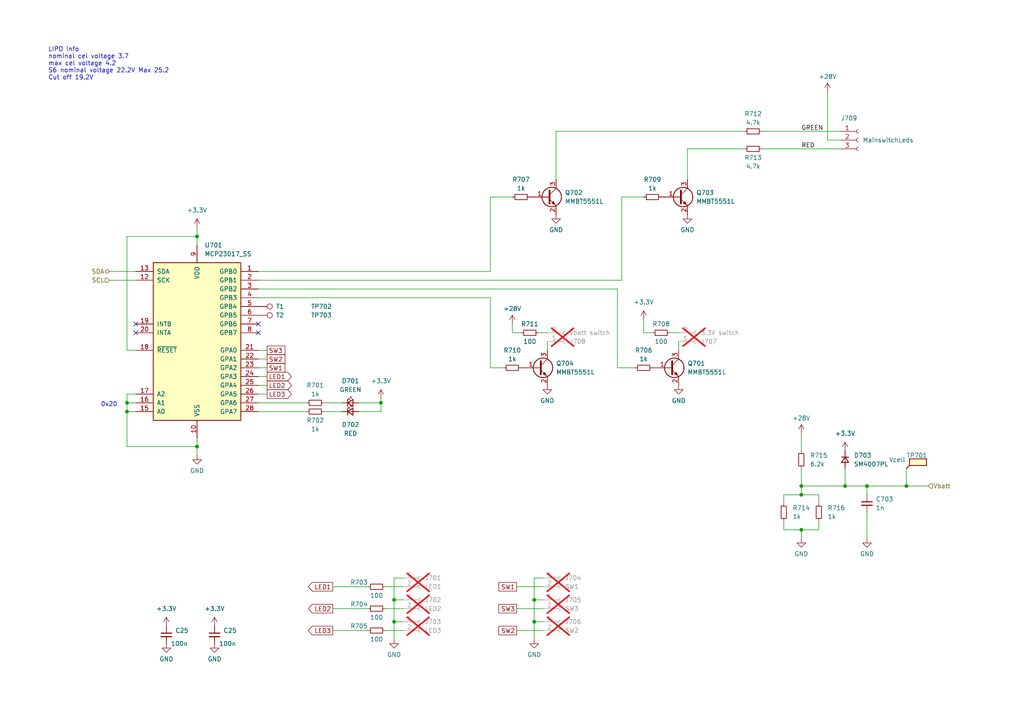
<source format=kicad_sch>
(kicad_sch (version 20231120) (generator "eeschema") (generator_version "8.0")
  (paper "A4")
  (lib_symbols
    (symbol "Connector:Conn_01x02_Socket" (pin_names (offset 1.016) hide)
      (property "Reference" "J" (at 0 2.54 0))
      (property "Value" "Conn_01x02_Socket" (at 0 -5.08 0))
      (symbol "Conn_01x02_Socket_1_1"
        (arc (start 0 -2.032) (mid -0.5058 -2.54) (end 0 -3.048) (stroke (width 0.1524)))
        (polyline (pts (xy -1.27 -2.54) (xy -0.508 -2.54)) (stroke (width 0.1524)))
        (polyline (pts (xy -1.27 0) (xy -0.508 0)) (stroke (width 0.1524)))
        (arc (start 0 0.508) (mid -0.5058 0) (end 0 -0.508) (stroke (width 0.1524)))
        (pin passive line (at -5.08 0 0) (length 3.81) (name "Pin_1") (number "1"))
        (pin passive line (at -5.08 -2.54 0) (length 3.81) (name "Pin_2") (number "2"))
      )
    )
    (symbol "Connector:Conn_01x03_Socket" (pin_names (offset 1.016) hide)
      (property "Reference" "J" (at 0 5.08 0))
      (property "Value" "Conn_01x03_Socket" (at 0 -5.08 0))
      (symbol "Conn_01x03_Socket_1_1"
        (arc (start 0 -2.032) (mid -0.5058 -2.54) (end 0 -3.048) (stroke (width 0.1524)))
        (polyline (pts (xy -1.27 -2.54) (xy -0.508 -2.54)) (stroke (width 0.1524)))
        (polyline (pts (xy -1.27 0) (xy -0.508 0)) (stroke (width 0.1524)))
        (polyline (pts (xy -1.27 2.54) (xy -0.508 2.54)) (stroke (width 0.1524)))
        (arc (start 0 0.508) (mid -0.5058 0) (end 0 -0.508) (stroke (width 0.1524)))
        (arc (start 0 3.048) (mid -0.5058 2.54) (end 0 2.032) (stroke (width 0.1524)))
        (pin passive line (at -5.08 2.54 0) (length 3.81) (name "Pin_1") (number "1"))
        (pin passive line (at -5.08 0 0) (length 3.81) (name "Pin_2") (number "2"))
        (pin passive line (at -5.08 -2.54 0) (length 3.81) (name "Pin_3") (number "3"))
      )
    )
    (symbol "Connector:TestPoint" (pin_numbers hide) (pin_names (offset 0.762) hide)
      (property "Reference" "TP" (at 0 6.858 0))
      (property "Value" "TestPoint" (at 0 5.08 0))
      (symbol "TestPoint_0_1"
        (circle (center 0 3.302) (radius 0.762))
      )
      (symbol "TestPoint_1_1"
        (pin passive line (at 0 0 90) (length 2.54) (name "1") (number "1"))
      )
    )
    (symbol "Connector:TestPoint_Flag" (pin_numbers hide) (pin_names (offset 0.762) hide)
      (property "Reference" "TP" (at 3.429 1.778 0))
      (property "Value" "TestPoint_Flag" (at 3.302 4.191 0))
      (symbol "TestPoint_Flag_0_1"
        (polyline (pts (xy 0 0) (xy 0.889 0.889)) (stroke (width 0.254)))
        (rectangle (start 0.889 2.794) (end 5.842 0.889) (stroke (width 0.254)) (fill (type background)))
      )
      (symbol "TestPoint_Flag_1_1"
        (pin passive line (at 0 0 90) (length 0) (name "1") (number "1"))
      )
    )
    (symbol "Device:C_Small" (pin_numbers hide) (pin_names (offset 0.254) hide)
      (property "Reference" "C" (at 0.254 1.778 0))
      (property "Value" "C_Small" (at 0.254 -2.032 0))
      (symbol "C_Small_0_1"
        (polyline (pts (xy -1.524 -0.508) (xy 1.524 -0.508)) (stroke (width 0.3302)))
        (polyline (pts (xy -1.524 0.508) (xy 1.524 0.508)) (stroke (width 0.3048)))
      )
      (symbol "C_Small_1_1"
        (pin passive line (at 0 2.54 270) (length 2.032) (name "~") (number "1"))
        (pin passive line (at 0 -2.54 90) (length 2.032) (name "~") (number "2"))
      )
    )
    (symbol "Device:D_Small" (pin_numbers hide) (pin_names (offset 0.254) hide)
      (property "Reference" "D" (at -1.27 2.032 0))
      (property "Value" "D_Small" (at -3.81 -2.032 0))
      (symbol "D_Small_0_1"
        (polyline (pts (xy -0.762 -1.016) (xy -0.762 1.016)) (stroke (width 0.254)))
        (polyline (pts (xy -0.762 0) (xy 0.762 0)))
        (polyline (pts (xy 0.762 -1.016) (xy -0.762 0) (xy 0.762 1.016) (xy 0.762 -1.016)) (stroke (width 0.254)))
      )
      (symbol "D_Small_1_1"
        (pin passive line (at -2.54 0 0) (length 1.778) (name "K") (number "1"))
        (pin passive line (at 2.54 0 180) (length 1.778) (name "A") (number "2"))
      )
    )
    (symbol "Device:LED_Small" (pin_numbers hide) (pin_names (offset 0.254) hide)
      (property "Reference" "D" (at -1.27 3.175 0))
      (property "Value" "LED_Small" (at -4.445 -2.54 0))
      (symbol "LED_Small_0_1"
        (polyline (pts (xy -0.762 -1.016) (xy -0.762 1.016)) (stroke (width 0.254)))
        (polyline (pts (xy 1.016 0) (xy -0.762 0)))
        (polyline (pts (xy 0.762 -1.016) (xy -0.762 0) (xy 0.762 1.016) (xy 0.762 -1.016)) (stroke (width 0.254)))
        (polyline (pts (xy 0 0.762) (xy -0.508 1.27) (xy -0.254 1.27) (xy -0.508 1.27) (xy -0.508 1.016)))
        (polyline (pts (xy 0.508 1.27) (xy 0 1.778) (xy 0.254 1.778) (xy 0 1.778) (xy 0 1.524)))
      )
      (symbol "LED_Small_1_1"
        (pin passive line (at -2.54 0 0) (length 1.778) (name "K") (number "1"))
        (pin passive line (at 2.54 0 180) (length 1.778) (name "A") (number "2"))
      )
    )
    (symbol "Device:R_Small" (pin_numbers hide) (pin_names (offset 0.254) hide)
      (property "Reference" "R" (at 0.762 0.508 0))
      (property "Value" "R_Small" (at 0.762 -1.016 0))
      (symbol "R_Small_0_1"
        (rectangle (start -0.762 1.778) (end 0.762 -1.778) (stroke (width 0.2032)))
      )
      (symbol "R_Small_1_1"
        (pin passive line (at 0 2.54 270) (length 0.762) (name "~") (number "1"))
        (pin passive line (at 0 -2.54 90) (length 0.762) (name "~") (number "2"))
      )
    )
    (symbol "Interface_Expansion:MCP23017_SS" (pin_names (offset 1.016))
      (property "Reference" "U" (at -11.43 24.13 0))
      (property "Value" "MCP23017_SS" (at 0 0 0))
      (symbol "MCP23017_SS_0_1"
        (rectangle (start -12.7 22.86) (end 12.7 -22.86) (stroke (width 0.254)) (fill (type background)))
      )
      (symbol "MCP23017_SS_1_1"
        (pin bidirectional line (at 17.78 20.32 180) (length 5.08) (name "GPB0") (number "1"))
        (pin power_in line (at 0 -27.94 90) (length 5.08) (name "VSS") (number "10"))
        (pin no_connect line (at -12.7 15.24 0) (length 5.08) hide (name "NC") (number "11"))
        (pin input line (at -17.78 17.78 0) (length 5.08) (name "SCK") (number "12"))
        (pin bidirectional line (at -17.78 20.32 0) (length 5.08) (name "SDA") (number "13"))
        (pin no_connect line (at -12.7 12.7 0) (length 5.08) hide (name "NC") (number "14"))
        (pin input line (at -17.78 -20.32 0) (length 5.08) (name "A0") (number "15"))
        (pin input line (at -17.78 -17.78 0) (length 5.08) (name "A1") (number "16"))
        (pin input line (at -17.78 -15.24 0) (length 5.08) (name "A2") (number "17"))
        (pin input line (at -17.78 -2.54 0) (length 5.08) (name "~{RESET}") (number "18"))
        (pin tri_state line (at -17.78 5.08 0) (length 5.08) (name "INTB") (number "19"))
        (pin bidirectional line (at 17.78 17.78 180) (length 5.08) (name "GPB1") (number "2"))
        (pin tri_state line (at -17.78 2.54 0) (length 5.08) (name "INTA") (number "20"))
        (pin bidirectional line (at 17.78 -2.54 180) (length 5.08) (name "GPA0") (number "21"))
        (pin bidirectional line (at 17.78 -5.08 180) (length 5.08) (name "GPA1") (number "22"))
        (pin bidirectional line (at 17.78 -7.62 180) (length 5.08) (name "GPA2") (number "23"))
        (pin bidirectional line (at 17.78 -10.16 180) (length 5.08) (name "GPA3") (number "24"))
        (pin bidirectional line (at 17.78 -12.7 180) (length 5.08) (name "GPA4") (number "25"))
        (pin bidirectional line (at 17.78 -15.24 180) (length 5.08) (name "GPA5") (number "26"))
        (pin bidirectional line (at 17.78 -17.78 180) (length 5.08) (name "GPA6") (number "27"))
        (pin bidirectional line (at 17.78 -20.32 180) (length 5.08) (name "GPA7") (number "28"))
        (pin bidirectional line (at 17.78 15.24 180) (length 5.08) (name "GPB2") (number "3"))
        (pin bidirectional line (at 17.78 12.7 180) (length 5.08) (name "GPB3") (number "4"))
        (pin bidirectional line (at 17.78 10.16 180) (length 5.08) (name "GPB4") (number "5"))
        (pin bidirectional line (at 17.78 7.62 180) (length 5.08) (name "GPB5") (number "6"))
        (pin bidirectional line (at 17.78 5.08 180) (length 5.08) (name "GPB6") (number "7"))
        (pin bidirectional line (at 17.78 2.54 180) (length 5.08) (name "GPB7") (number "8"))
        (pin power_in line (at 0 27.94 270) (length 5.08) (name "VDD") (number "9"))
      )
    )
    (symbol "Transistor_BJT:MMBT5551L" (pin_names (offset 0) hide)
      (property "Reference" "Q" (at 5.08 1.905 0))
      (property "Value" "MMBT5551L" (at 5.08 0 0))
      (symbol "MMBT5551L_0_1"
        (polyline (pts (xy 0.635 0.635) (xy 2.54 2.54)))
        (polyline (pts (xy 0.635 -0.635) (xy 2.54 -2.54) (xy 2.54 -2.54)))
        (polyline (pts (xy 0.635 1.905) (xy 0.635 -1.905) (xy 0.635 -1.905)) (stroke (width 0.508)))
        (polyline (pts (xy 1.27 -1.778) (xy 1.778 -1.27) (xy 2.286 -2.286) (xy 1.27 -1.778) (xy 1.27 -1.778)) (fill (type outline)))
        (circle (center 1.27 0) (radius 2.8194) (stroke (width 0.254)))
      )
      (symbol "MMBT5551L_1_1"
        (pin input line (at -5.08 0 0) (length 5.715) (name "B") (number "1"))
        (pin passive line (at 2.54 -5.08 90) (length 2.54) (name "E") (number "2"))
        (pin passive line (at 2.54 5.08 270) (length 2.54) (name "C") (number "3"))
      )
    )
    (symbol "power:+28V" (power) (pin_names (offset 0))
      (property "Value" "+28V" (at 0 3.81 0))
      (symbol "+28V_0_1"
        (polyline (pts (xy -0.762 1.27) (xy 0 2.54)))
        (polyline (pts (xy 0 0) (xy 0 2.54)))
        (polyline (pts (xy 0 2.54) (xy 0.762 1.27)))
      )
      (symbol "+28V_1_1"
        (pin power_in line (at 0 0 90) (length 0) hide (name "+28V") (number "1"))
      )
    )
    (symbol "power:+3.3V" (power) (pin_names (offset 0))
      (property "Value" "+3.3V" (at 0 3.556 0))
      (symbol "+3.3V_0_1"
        (polyline (pts (xy -0.762 1.27) (xy 0 2.54)))
        (polyline (pts (xy 0 0) (xy 0 2.54)))
        (polyline (pts (xy 0 2.54) (xy 0.762 1.27)))
      )
      (symbol "+3.3V_1_1"
        (pin power_in line (at 0 0 90) (length 0) hide (name "+3.3V") (number "1"))
      )
    )
    (symbol "power:GND" (power) (pin_names (offset 0))
      (property "Value" "GND" (at 0 -3.81 0))
      (symbol "GND_0_1"
        (polyline (pts (xy 0 0) (xy 0 -1.27) (xy 1.27 -1.27) (xy 0 -2.54) (xy -1.27 -1.27) (xy 0 -1.27)))
      )
      (symbol "GND_1_1"
        (pin power_in line (at 0 0 270) (length 0) hide (name "GND") (number "1"))
      )
    )
  )
  (junction (at 57.15 129.54))
  (junction (at 110.49 116.84))
  (junction (at 251.46 140.97))
  (junction (at 154.94 180.34))
  (junction (at 262.89 140.97))
  (junction (at 245.11 140.97))
  (junction (at 114.3 173.99))
  (junction (at 36.83 119.38))
  (junction (at 232.41 153.67))
  (junction (at 154.94 173.99))
  (junction (at 232.41 143.51))
  (junction (at 232.41 140.97))
  (junction (at 57.15 68.58))
  (junction (at 114.3 180.34))
  (junction (at 36.83 116.84))
  (no_connect (at 39.37 96.52))
  (no_connect (at 74.93 93.98))
  (no_connect (at 74.93 96.52))
  (no_connect (at 39.37 93.98))
  (wire (pts (xy 36.83 68.58) (xy 36.83 101.6)))
  (wire (pts (xy 215.9 38.1) (xy 161.29 38.1)))
  (wire (pts (xy 96.52 182.88) (xy 106.68 182.88)))
  (wire (pts (xy 232.41 153.67) (xy 237.49 153.67)))
  (wire (pts (xy 215.9 43.18) (xy 199.39 43.18)))
  (wire (pts (xy 111.76 170.18) (xy 116.84 170.18)))
  (wire (pts (xy 154.94 180.34) (xy 154.94 185.42)))
  (wire (pts (xy 36.83 129.54) (xy 57.15 129.54)))
  (wire (pts (xy 36.83 116.84) (xy 39.37 116.84)))
  (wire (pts (xy 114.3 173.99) (xy 116.84 173.99)))
  (wire (pts (xy 36.83 119.38) (xy 36.83 129.54)))
  (wire (pts (xy 74.93 111.76) (xy 77.47 111.76)))
  (wire (pts (xy 232.41 140.97) (xy 245.11 140.97)))
  (wire (pts (xy 142.24 86.36) (xy 142.24 106.68)))
  (wire (pts (xy 74.93 81.28) (xy 180.34 81.28)))
  (wire (pts (xy 180.34 57.15) (xy 186.69 57.15)))
  (wire (pts (xy 111.76 182.88) (xy 116.84 182.88)))
  (wire (pts (xy 227.33 143.51) (xy 227.33 146.05)))
  (wire (pts (xy 148.59 96.52) (xy 151.13 96.52)))
  (wire (pts (xy 57.15 68.58) (xy 36.83 68.58)))
  (wire (pts (xy 232.41 153.67) (xy 227.33 153.67)))
  (wire (pts (xy 96.52 176.53) (xy 106.68 176.53)))
  (wire (pts (xy 114.3 180.34) (xy 116.84 180.34)))
  (wire (pts (xy 154.94 167.64) (xy 154.94 173.99)))
  (wire (pts (xy 142.24 106.68) (xy 146.05 106.68)))
  (wire (pts (xy 240.03 26.67) (xy 240.03 40.64)))
  (wire (pts (xy 232.41 140.97) (xy 232.41 143.51)))
  (wire (pts (xy 110.49 116.84) (xy 110.49 119.38)))
  (wire (pts (xy 36.83 114.3) (xy 36.83 116.84)))
  (wire (pts (xy 179.07 83.82) (xy 74.93 83.82)))
  (wire (pts (xy 36.83 101.6) (xy 39.37 101.6)))
  (wire (pts (xy 179.07 83.82) (xy 179.07 106.68)))
  (wire (pts (xy 179.07 106.68) (xy 184.15 106.68)))
  (wire (pts (xy 74.93 104.14) (xy 77.47 104.14)))
  (wire (pts (xy 110.49 119.38) (xy 104.14 119.38)))
  (wire (pts (xy 96.52 170.18) (xy 106.68 170.18)))
  (wire (pts (xy 199.39 43.18) (xy 199.39 52.07)))
  (wire (pts (xy 74.93 86.36) (xy 142.24 86.36)))
  (wire (pts (xy 149.86 170.18) (xy 157.48 170.18)))
  (wire (pts (xy 148.59 57.15) (xy 142.24 57.15)))
  (wire (pts (xy 114.3 180.34) (xy 114.3 185.42)))
  (wire (pts (xy 93.98 116.84) (xy 99.06 116.84)))
  (wire (pts (xy 57.15 132.08) (xy 57.15 129.54)))
  (wire (pts (xy 31.75 78.74) (xy 39.37 78.74)))
  (wire (pts (xy 240.03 40.64) (xy 243.84 40.64)))
  (wire (pts (xy 57.15 129.54) (xy 57.15 127)))
  (wire (pts (xy 154.94 173.99) (xy 157.48 173.99)))
  (wire (pts (xy 157.48 167.64) (xy 154.94 167.64)))
  (wire (pts (xy 262.89 140.97) (xy 269.24 140.97)))
  (wire (pts (xy 39.37 114.3) (xy 36.83 114.3)))
  (wire (pts (xy 116.84 167.64) (xy 114.3 167.64)))
  (wire (pts (xy 220.98 43.18) (xy 243.84 43.18)))
  (wire (pts (xy 114.3 173.99) (xy 114.3 180.34)))
  (wire (pts (xy 189.23 96.52) (xy 186.69 96.52)))
  (wire (pts (xy 194.31 96.52) (xy 196.85 96.52)))
  (wire (pts (xy 110.49 115.57) (xy 110.49 116.84)))
  (wire (pts (xy 251.46 140.97) (xy 262.89 140.97)))
  (wire (pts (xy 149.86 176.53) (xy 157.48 176.53)))
  (wire (pts (xy 57.15 68.58) (xy 57.15 71.12)))
  (wire (pts (xy 111.76 176.53) (xy 116.84 176.53)))
  (wire (pts (xy 149.86 182.88) (xy 157.48 182.88)))
  (wire (pts (xy 251.46 140.97) (xy 251.46 143.51)))
  (wire (pts (xy 220.98 38.1) (xy 243.84 38.1)))
  (wire (pts (xy 232.41 125.73) (xy 232.41 130.81)))
  (wire (pts (xy 74.93 114.3) (xy 77.47 114.3)))
  (wire (pts (xy 57.15 66.04) (xy 57.15 68.58)))
  (wire (pts (xy 142.24 57.15) (xy 142.24 78.74)))
  (wire (pts (xy 196.85 99.06) (xy 196.85 101.6)))
  (wire (pts (xy 93.98 119.38) (xy 99.06 119.38)))
  (wire (pts (xy 36.83 119.38) (xy 39.37 119.38)))
  (wire (pts (xy 156.21 96.52) (xy 158.75 96.52)))
  (wire (pts (xy 245.11 135.89) (xy 245.11 140.97)))
  (wire (pts (xy 74.93 78.74) (xy 142.24 78.74)))
  (wire (pts (xy 237.49 146.05) (xy 237.49 143.51)))
  (wire (pts (xy 251.46 148.59) (xy 251.46 156.21)))
  (wire (pts (xy 232.41 153.67) (xy 232.41 156.21)))
  (wire (pts (xy 232.41 143.51) (xy 227.33 143.51)))
  (wire (pts (xy 262.89 135.89) (xy 262.89 140.97)))
  (wire (pts (xy 186.69 96.52) (xy 186.69 92.71)))
  (wire (pts (xy 237.49 151.13) (xy 237.49 153.67)))
  (wire (pts (xy 161.29 38.1) (xy 161.29 52.07)))
  (wire (pts (xy 154.94 180.34) (xy 157.48 180.34)))
  (wire (pts (xy 180.34 81.28) (xy 180.34 57.15)))
  (wire (pts (xy 154.94 173.99) (xy 154.94 180.34)))
  (wire (pts (xy 148.59 93.98) (xy 148.59 96.52)))
  (wire (pts (xy 74.93 119.38) (xy 88.9 119.38)))
  (wire (pts (xy 74.93 109.22) (xy 77.47 109.22)))
  (wire (pts (xy 74.93 106.68) (xy 77.47 106.68)))
  (wire (pts (xy 104.14 116.84) (xy 110.49 116.84)))
  (wire (pts (xy 74.93 101.6) (xy 77.47 101.6)))
  (wire (pts (xy 36.83 116.84) (xy 36.83 119.38)))
  (wire (pts (xy 245.11 140.97) (xy 251.46 140.97)))
  (wire (pts (xy 74.93 116.84) (xy 88.9 116.84)))
  (wire (pts (xy 227.33 151.13) (xy 227.33 153.67)))
  (wire (pts (xy 114.3 167.64) (xy 114.3 173.99)))
  (wire (pts (xy 31.75 81.28) (xy 39.37 81.28)))
  (wire (pts (xy 232.41 135.89) (xy 232.41 140.97)))
  (wire (pts (xy 158.75 99.06) (xy 158.75 101.6)))
  (wire (pts (xy 237.49 143.51) (xy 232.41 143.51)))
  (text "LIPO info\nnominal cel voltage 3.7\nmax cel voltage 4.2\nS6 nominal voltage 22.2V Max 25.2\nCut off 19.2V\n\n" (at 13.97 25.4 0) (effects (font (size 1.27 1.27)) (justify left bottom)))
  (text "0x20" (at 29.21 118.11 0) (effects (font (size 1.27 1.27)) (justify left bottom)))
  (label "GREEN" (at 232.41 38.1 0))
  (label "RED" (at 232.41 43.18 0))
  (global_label "SW2" (shape passive) (at 149.86 182.88 180) (property "Intersheetrefs" "${INTERSHEET_REFS}" (effects (hide yes))))
  (global_label "SW1" (shape passive) (at 149.86 170.18 180) (property "Intersheetrefs" "${INTERSHEET_REFS}" (effects (hide yes))))
  (global_label "LED2" (shape output) (at 96.52 176.53 180) (property "Intersheetrefs" "${INTERSHEET_REFS}" (effects (hide yes))))
  (global_label "LED3" (shape output) (at 77.47 114.3 0) (property "Intersheetrefs" "${INTERSHEET_REFS}" (effects (hide yes))))
  (global_label "LED1" (shape output) (at 77.47 109.22 0) (property "Intersheetrefs" "${INTERSHEET_REFS}" (effects (hide yes))))
  (global_label "LED3" (shape output) (at 96.52 182.88 180) (property "Intersheetrefs" "${INTERSHEET_REFS}" (effects (hide yes))))
  (global_label "LED1" (shape output) (at 96.52 170.18 180) (property "Intersheetrefs" "${INTERSHEET_REFS}" (effects (hide yes))))
  (global_label "SW3" (shape passive) (at 149.86 176.53 180) (property "Intersheetrefs" "${INTERSHEET_REFS}" (effects (hide yes))))
  (global_label "LED2" (shape output) (at 77.47 111.76 0) (property "Intersheetrefs" "${INTERSHEET_REFS}" (effects (hide yes))))
  (global_label "SW3" (shape passive) (at 77.47 101.6 0) (property "Intersheetrefs" "${INTERSHEET_REFS}" (effects (hide yes))))
  (global_label "SW1" (shape passive) (at 77.47 106.68 0) (property "Intersheetrefs" "${INTERSHEET_REFS}" (effects (hide yes))))
  (global_label "SW2" (shape passive) (at 77.47 104.14 0) (property "Intersheetrefs" "${INTERSHEET_REFS}" (effects (hide yes))))
  (hierarchical_label "SDA" (shape bidirectional) (at 31.75 78.74 180))
  (hierarchical_label "Vbatt" (shape input) (at 269.24 140.97 0))
  (hierarchical_label "SCL" (shape input) (at 31.75 81.28 180))
  (symbol (lib_id "Connector:Conn_01x02_Socket") (at 162.56 167.64 0) (unit 1) (in_bom no) (dnp yes)
    (property "Reference" "J704" (at 163.83 167.64 0) (effects (justify left)))
    (property "Value" "SW1" (at 163.83 170.18 0) (effects (justify left)))
    (property "Footprint" "Connector_JST:JST_XH_B2B-XH-A_1x02_P2.50mm_Vertical" (effects (hide yes)))
    (property "LCSC" "C158012" (effects (hide yes)))
  )
  (symbol (lib_id "Device:R_Small") (at 237.49 148.59 0) (unit 1)
    (property "Reference" "R716" (at 240.03 147.32 0) (effects (justify left)))
    (property "Value" "1k" (at 240.03 149.86 0) (effects (justify left)))
    (property "Footprint" "A_Device:R_0603" (effects (hide yes)))
    (property "LCSC" "C21190" (effects (hide yes)))
  )
  (symbol (lib_id "Transistor_BJT:MMBT5551L") (at 194.31 106.68 0) (unit 1)
    (property "Reference" "Q701" (at 199.39 105.41 0) (effects (justify left)))
    (property "Value" "MMBT5551L" (at 199.39 107.95 0) (effects (justify left)))
    (property "Footprint" "Package_TO_SOT_SMD:SOT-23" (effects (hide yes)))
    (property "Datasheet" "www.onsemi.com/pub/Collateral/MMBT5550LT1-D.PDF" (effects (hide yes)))
    (property "LCSC" "C2145" (effects (hide yes)))
  )
  (symbol (lib_id "Connector:Conn_01x02_Socket") (at 162.56 173.99 0) (unit 1) (in_bom no) (dnp yes)
    (property "Reference" "J705" (at 163.83 173.99 0) (effects (justify left)))
    (property "Value" "SW3" (at 163.83 176.53 0) (effects (justify left)))
    (property "Footprint" "Connector_PinHeader_2.54mm:PinHeader_1x02_P2.54mm_Vertical" (effects (hide yes)))
    (property "LCSC" "C158012" (effects (hide yes)))
  )
  (symbol (lib_id "power:+3.3V") (at 48.26 181.61 0) (unit 1)
    (property "Reference" "#PWR0701" (effects (hide yes)))
    (property "Value" "+3.3V" (at 48.26 176.53 0))
  )
  (symbol (lib_id "Connector:TestPoint_Flag") (at 262.89 135.89 0) (unit 1)
    (property "Reference" "TP701" (at 262.89 132.08 0) (effects (justify left)))
    (property "Value" "Vcell" (at 257.81 133.35 0) (effects (justify left)))
    (property "Footprint" "A_Pads_Pins:Testpoint_0.6x1.0" (effects (hide yes)))
  )
  (symbol (lib_id "Device:LED_Small") (at 101.6 119.38 0) (unit 1)
    (property "Reference" "D702" (at 101.6635 123.19 0))
    (property "Value" "RED" (at 101.6635 125.73 0))
    (property "Footprint" "A_Device:LED_0603" (effects (hide yes)))
    (property "LCSC" "C72038" (effects (hide yes)))
  )
  (symbol (lib_id "Device:R_Small") (at 109.22 170.18 90) (unit 1)
    (property "Reference" "R703" (at 104.14 168.91 90))
    (property "Value" "100" (at 109.22 172.72 90))
    (property "Footprint" "A_Device:R_0603" (effects (hide yes)))
    (property "LCSC" "C25205" (effects (hide yes)))
  )
  (symbol (lib_id "Connector:Conn_01x02_Socket") (at 121.92 180.34 0) (unit 1) (in_bom no) (dnp yes)
    (property "Reference" "J703" (at 123.19 180.34 0) (effects (justify left)))
    (property "Value" "LED3" (at 123.19 182.88 0) (effects (justify left)))
    (property "Footprint" "Connector_PinHeader_2.54mm:PinHeader_1x02_P2.54mm_Vertical" (effects (hide yes)))
    (property "LCSC" "C158012" (effects (hide yes)))
  )
  (symbol (lib_id "power:GND") (at 114.3 185.42 0) (unit 1)
    (property "Reference" "#PWR0709" (effects (hide yes)))
    (property "Value" "GND" (at 114.3 189.865 0))
  )
  (symbol (lib_id "Device:R_Small") (at 151.13 57.15 90) (unit 1)
    (property "Reference" "R707" (at 151.13 52.07 90))
    (property "Value" "1k" (at 151.13 54.61 90))
    (property "Footprint" "A_Device:R_0603" (effects (hide yes)))
    (property "LCSC" "C21190" (effects (hide yes)))
  )
  (symbol (lib_id "Device:R_Small") (at 218.44 43.18 90) (unit 1)
    (property "Reference" "R713" (at 218.44 45.72 90))
    (property "Value" "4.7k" (at 218.44 48.26 90))
    (property "Footprint" "A_Device:R_0603" (effects (hide yes)))
    (property "LCSC" "C25804" (effects (hide yes)))
  )
  (symbol (lib_id "power:+3.3V") (at 245.11 130.81 0) (unit 1)
    (property "Reference" "#PWR0720" (effects (hide yes)))
    (property "Value" "+3.3V" (at 245.11 125.73 0))
  )
  (symbol (lib_id "Device:C_Small") (at 48.26 184.15 0) (unit 1)
    (property "Reference" "C25" (at 50.8 182.8862 0) (effects (justify left)))
    (property "Value" "100n" (at 49.53 186.69 0) (effects (justify left)))
    (property "Footprint" "A_Device:C_0603" (effects (hide yes)))
    (property "LCSC" "C14663" (effects (hide yes)))
    (instances (project "NIKOLA-02-E-001_PCAScannerController_R1" (path "" (reference "C25") (unit 1))) (project "Nice-Buoy-V1_0" (path "" (reference "C701") (unit 1))))
  )
  (symbol (lib_id "power:GND") (at 57.15 132.08 0) (unit 1)
    (property "Reference" "#PWR0704" (effects (hide yes)))
    (property "Value" "GND" (at 57.15 136.525 0))
  )
  (symbol (lib_id "Device:LED_Small") (at 101.6 116.84 0) (unit 1)
    (property "Reference" "D701" (at 101.6635 110.49 0))
    (property "Value" "GREEN" (at 101.6635 113.03 0))
    (property "Footprint" "A_Device:LED_0603" (effects (hide yes)))
    (property "LCSC" "C72043" (effects (hide yes)))
  )
  (symbol (lib_id "power:+28V") (at 148.59 93.98 0) (unit 1)
    (property "Reference" "#PWR0714" (effects (hide yes)))
    (property "Value" "+28V" (at 148.59 89.535 0))
  )
  (symbol (lib_id "power:+28V") (at 232.41 125.73 0) (unit 1)
    (property "Reference" "#PWR0717" (effects (hide yes)))
    (property "Value" "+28V" (at 232.41 121.285 0))
  )
  (symbol (lib_id "power:GND") (at 161.29 62.23 0) (unit 1)
    (property "Reference" "#PWR0713" (effects (hide yes)))
    (property "Value" "GND" (at 161.29 66.675 0))
  )
  (symbol (lib_id "Device:R_Small") (at 189.23 57.15 90) (unit 1)
    (property "Reference" "R709" (at 189.23 52.07 90))
    (property "Value" "1k" (at 189.23 54.61 90))
    (property "Footprint" "A_Device:R_0603" (effects (hide yes)))
    (property "LCSC" "C21190" (effects (hide yes)))
  )
  (symbol (lib_id "Device:R_Small") (at 109.22 176.53 90) (unit 1)
    (property "Reference" "R704" (at 104.14 175.26 90))
    (property "Value" "100" (at 109.22 179.07 90))
    (property "Footprint" "A_Device:R_0603" (effects (hide yes)))
    (property "LCSC" "C25205" (effects (hide yes)))
  )
  (symbol (lib_id "Device:R_Small") (at 91.44 119.38 90) (unit 1)
    (property "Reference" "R702" (at 91.44 121.92 90))
    (property "Value" "1k" (at 91.44 124.46 90))
    (property "Footprint" "A_Device:R_0603" (effects (hide yes)))
    (property "LCSC" "C25205" (effects (hide yes)))
  )
  (symbol (lib_id "Device:R_Small") (at 109.22 182.88 90) (unit 1)
    (property "Reference" "R705" (at 104.14 181.61 90))
    (property "Value" "100" (at 109.22 185.42 90))
    (property "Footprint" "A_Device:R_0603" (effects (hide yes)))
    (property "LCSC" "C25205" (effects (hide yes)))
  )
  (symbol (lib_id "power:GND") (at 62.23 186.69 0) (unit 1)
    (property "Reference" "#PWR0706" (effects (hide yes)))
    (property "Value" "GND" (at 62.23 191.135 0))
  )
  (symbol (lib_id "power:GND") (at 199.39 62.23 0) (unit 1)
    (property "Reference" "#PWR0715" (effects (hide yes)))
    (property "Value" "GND" (at 199.39 66.675 0))
  )
  (symbol (lib_id "power:+3.3V") (at 186.69 92.71 0) (unit 1)
    (property "Reference" "#PWR0710" (effects (hide yes)))
    (property "Value" "+3.3V" (at 186.69 87.63 0))
  )
  (symbol (lib_id "power:+3.3V") (at 62.23 181.61 0) (unit 1)
    (property "Reference" "#PWR0705" (effects (hide yes)))
    (property "Value" "+3.3V" (at 62.23 176.53 0))
  )
  (symbol (lib_id "power:+28V") (at 240.03 26.67 0) (unit 1)
    (property "Reference" "#PWR0719" (effects (hide yes)))
    (property "Value" "+28V" (at 240.03 22.225 0))
  )
  (symbol (lib_id "Device:C_Small") (at 251.46 146.05 0) (unit 1)
    (property "Reference" "C703" (at 254 144.7863 0) (effects (justify left)))
    (property "Value" "1n" (at 254 147.3263 0) (effects (justify left)))
    (property "Footprint" "A_Device:C_0603" (effects (hide yes)))
    (property "LCSC" "C1588" (effects (hide yes)))
  )
  (symbol (lib_id "Device:R_Small") (at 227.33 148.59 0) (unit 1)
    (property "Reference" "R714" (at 229.87 147.32 0) (effects (justify left)))
    (property "Value" "1k" (at 229.87 149.86 0) (effects (justify left)))
    (property "Footprint" "A_Device:R_0603" (effects (hide yes)))
    (property "LCSC" "C21190" (effects (hide yes)))
  )
  (symbol (lib_id "power:GND") (at 158.75 111.76 0) (unit 1)
    (property "Reference" "#PWR0716" (effects (hide yes)))
    (property "Value" "GND" (at 158.75 116.205 0))
  )
  (symbol (lib_id "Transistor_BJT:MMBT5551L") (at 158.75 57.15 0) (unit 1)
    (property "Reference" "Q702" (at 163.83 55.88 0) (effects (justify left)))
    (property "Value" "MMBT5551L" (at 163.83 58.42 0) (effects (justify left)))
    (property "Footprint" "Package_TO_SOT_SMD:SOT-23" (effects (hide yes)))
    (property "Datasheet" "www.onsemi.com/pub/Collateral/MMBT5550LT1-D.PDF" (effects (hide yes)))
    (property "LCSC" "C2145" (effects (hide yes)))
  )
  (symbol (lib_id "Connector:Conn_01x03_Socket") (at 248.92 40.64 0) (unit 1)
    (property "Reference" "J709" (at 243.84 34.29 0) (effects (justify left)))
    (property "Value" "MainswitchLeds" (at 250.19 40.64 0) (effects (justify left)))
    (property "Footprint" "Connector_JST:JST_XH_B3B-XH-A_1x03_P2.50mm_Vertical" (effects (hide yes)))
    (property "LCSC" "C161870" (effects (hide yes)))
  )
  (symbol (lib_id "Device:R_Small") (at 218.44 38.1 270) (unit 1)
    (property "Reference" "R712" (at 218.44 33.02 90))
    (property "Value" "4.7k" (at 218.44 35.56 90))
    (property "Footprint" "A_Device:R_0603" (effects (hide yes)))
    (property "LCSC" "C25804" (effects (hide yes)))
  )
  (symbol (lib_id "Device:C_Small") (at 62.23 184.15 0) (unit 1)
    (property "Reference" "C25" (at 64.77 182.8862 0) (effects (justify left)))
    (property "Value" "100n" (at 63.5 186.69 0) (effects (justify left)))
    (property "Footprint" "A_Device:C_0603" (effects (hide yes)))
    (property "LCSC" "C14663" (effects (hide yes)))
    (instances (project "NIKOLA-02-E-001_PCAScannerController_R1" (path "" (reference "C25") (unit 1))) (project "Nice-Buoy-V1_0" (path "" (reference "C702") (unit 1))))
  )
  (symbol (lib_id "Connector:Conn_01x02_Socket") (at 121.92 167.64 0) (unit 1) (in_bom no) (dnp yes)
    (property "Reference" "J701" (at 123.19 167.64 0) (effects (justify left)))
    (property "Value" "LED1" (at 123.19 170.18 0) (effects (justify left)))
    (property "Footprint" "Connector_JST:JST_XH_B2B-XH-A_1x02_P2.50mm_Vertical" (effects (hide yes)))
    (property "LCSC" "C158012" (effects (hide yes)))
  )
  (symbol (lib_id "Device:R_Small") (at 91.44 116.84 90) (unit 1)
    (property "Reference" "R701" (at 91.44 111.76 90))
    (property "Value" "1k" (at 91.44 114.3 90))
    (property "Footprint" "A_Device:R_0603" (effects (hide yes)))
    (property "LCSC" "C25205" (effects (hide yes)))
  )
  (symbol (lib_id "Device:R_Small") (at 186.69 106.68 90) (unit 1)
    (property "Reference" "R706" (at 186.69 101.6 90))
    (property "Value" "1k" (at 186.69 104.14 90))
    (property "Footprint" "A_Device:R_0603" (effects (hide yes)))
    (property "LCSC" "C21190" (effects (hide yes)))
  )
  (symbol (lib_id "Device:R_Small") (at 148.59 106.68 90) (unit 1)
    (property "Reference" "R710" (at 148.59 101.6 90))
    (property "Value" "1k" (at 148.59 104.14 90))
    (property "Footprint" "A_Device:R_0603" (effects (hide yes)))
    (property "LCSC" "C21190" (effects (hide yes)))
  )
  (symbol (lib_id "Connector:Conn_01x02_Socket") (at 201.93 99.06 0) (mirror x) (unit 1) (in_bom no) (dnp yes)
    (property "Reference" "J707" (at 203.2 99.06 0) (effects (justify left)))
    (property "Value" "3.3V switch" (at 203.2 96.52 0) (effects (justify left)))
    (property "Footprint" "Connector_PinHeader_2.54mm:PinHeader_1x02_P2.54mm_Vertical" (effects (hide yes)))
    (property "LCSC" "C158012" (effects (hide yes)))
  )
  (symbol (lib_id "Device:R_Small") (at 153.67 96.52 90) (unit 1)
    (property "Reference" "R711" (at 153.67 93.98 90))
    (property "Value" "100" (at 153.67 99.06 90))
    (property "Footprint" "A_Device:R_0603" (effects (hide yes)))
    (property "LCSC" "C25205" (effects (hide yes)))
  )
  (symbol (lib_id "Connector:Conn_01x02_Socket") (at 162.56 180.34 0) (unit 1) (in_bom no) (dnp yes)
    (property "Reference" "J706" (at 163.83 180.34 0) (effects (justify left)))
    (property "Value" "SW2" (at 163.83 182.88 0) (effects (justify left)))
    (property "Footprint" "Connector_PinHeader_2.54mm:PinHeader_1x02_P2.54mm_Vertical" (effects (hide yes)))
    (property "LCSC" "C158012" (effects (hide yes)))
  )
  (symbol (lib_id "power:GND") (at 196.85 111.76 0) (unit 1)
    (property "Reference" "#PWR0712" (effects (hide yes)))
    (property "Value" "GND" (at 196.85 116.205 0))
  )
  (symbol (lib_id "Device:R_Small") (at 232.41 133.35 0) (unit 1)
    (property "Reference" "R715" (at 234.95 132.08 0) (effects (justify left)))
    (property "Value" "6.2k" (at 234.95 134.62 0) (effects (justify left)))
    (property "Footprint" "A_Device:R_0603" (effects (hide yes)))
    (property "LCSC" "C25804" (effects (hide yes)))
  )
  (symbol (lib_id "power:GND") (at 154.94 185.42 0) (unit 1)
    (property "Reference" "#PWR0711" (effects (hide yes)))
    (property "Value" "GND" (at 154.94 189.865 0))
  )
  (symbol (lib_id "Connector:TestPoint") (at 74.93 91.44 270) (unit 1)
    (property "Reference" "TP703" (at 90.17 91.44 90) (effects (justify left)))
    (property "Value" "T2" (at 80.01 91.44 90) (effects (justify left)))
    (property "Footprint" "A_Pads_Pins:Testpoint_0.4x0.7" (effects (hide yes)))
  )
  (symbol (lib_id "Connector:Conn_01x02_Socket") (at 121.92 173.99 0) (unit 1) (in_bom no) (dnp yes)
    (property "Reference" "J702" (at 123.19 173.99 0) (effects (justify left)))
    (property "Value" "LED2" (at 123.19 176.53 0) (effects (justify left)))
    (property "Footprint" "Connector_PinHeader_2.54mm:PinHeader_1x02_P2.54mm_Vertical" (effects (hide yes)))
    (property "LCSC" "C158012" (effects (hide yes)))
  )
  (symbol (lib_id "power:+3.3V") (at 57.15 66.04 0) (unit 1)
    (property "Reference" "#PWR0703" (effects (hide yes)))
    (property "Value" "+3.3V" (at 57.15 60.96 0))
  )
  (symbol (lib_id "Device:R_Small") (at 191.77 96.52 90) (unit 1)
    (property "Reference" "R708" (at 191.77 93.98 90))
    (property "Value" "100" (at 191.77 99.06 90))
    (property "Footprint" "A_Device:R_0603" (effects (hide yes)))
    (property "LCSC" "C25205" (effects (hide yes)))
  )
  (symbol (lib_id "Transistor_BJT:MMBT5551L") (at 196.85 57.15 0) (unit 1)
    (property "Reference" "Q703" (at 201.93 55.88 0) (effects (justify left)))
    (property "Value" "MMBT5551L" (at 201.93 58.42 0) (effects (justify left)))
    (property "Footprint" "Package_TO_SOT_SMD:SOT-23" (effects (hide yes)))
    (property "Datasheet" "www.onsemi.com/pub/Collateral/MMBT5550LT1-D.PDF" (effects (hide yes)))
    (property "LCSC" "C2145" (effects (hide yes)))
  )
  (symbol (lib_id "power:GND") (at 48.26 186.69 0) (unit 1)
    (property "Reference" "#PWR0702" (effects (hide yes)))
    (property "Value" "GND" (at 48.26 191.135 0))
  )
  (symbol (lib_id "Transistor_BJT:MMBT5551L") (at 156.21 106.68 0) (unit 1)
    (property "Reference" "Q704" (at 161.29 105.41 0) (effects (justify left)))
    (property "Value" "MMBT5551L" (at 161.29 107.95 0) (effects (justify left)))
    (property "Footprint" "Package_TO_SOT_SMD:SOT-23" (effects (hide yes)))
    (property "Datasheet" "www.onsemi.com/pub/Collateral/MMBT5550LT1-D.PDF" (effects (hide yes)))
    (property "LCSC" "C2145" (effects (hide yes)))
  )
  (symbol (lib_id "Connector:Conn_01x02_Socket") (at 163.83 99.06 0) (mirror x) (unit 1) (in_bom no) (dnp yes)
    (property "Reference" "J708" (at 165.1 99.06 0) (effects (justify left)))
    (property "Value" "Vbatt switch" (at 165.1 96.52 0) (effects (justify left)))
    (property "Footprint" "Connector_PinHeader_2.54mm:PinHeader_1x02_P2.54mm_Vertical" (effects (hide yes)))
    (property "LCSC" "C158012" (effects (hide yes)))
  )
  (symbol (lib_id "power:GND") (at 251.46 156.21 0) (unit 1)
    (property "Reference" "#PWR0721" (effects (hide yes)))
    (property "Value" "GND" (at 251.46 160.655 0))
  )
  (symbol (lib_id "Device:D_Small") (at 245.11 133.35 270) (unit 1)
    (property "Reference" "D703" (at 247.65 132.08 90) (effects (justify left)))
    (property "Value" "SM4007PL" (at 247.65 134.62 90) (effects (justify left)))
    (property "Footprint" "A_Device:D_SOD-123_2.85x1.8x1.3" (effects (hide yes)))
    (property "Datasheet" "https://datasheet.lcsc.com/lcsc/1809301215_MDD-Microdiode-Electronics--SM4007PL_C64898.pdf" (effects (hide yes)))
    (property "Sim.Device" "D" (effects (hide yes)))
    (property "Sim.Pins" "1=K 2=A" (effects (hide yes)))
    (property "LCSC" "C64898" (effects (hide yes)))
  )
  (symbol (lib_id "Connector:TestPoint") (at 74.93 88.9 270) (unit 1)
    (property "Reference" "TP702" (at 90.17 88.9 90) (effects (justify left)))
    (property "Value" "T1" (at 80.01 88.9 90) (effects (justify left)))
    (property "Footprint" "A_Pads_Pins:Testpoint_0.4x0.7" (effects (hide yes)))
  )
  (symbol (lib_id "power:GND") (at 232.41 156.21 0) (unit 1)
    (property "Reference" "#PWR0718" (effects (hide yes)))
    (property "Value" "GND" (at 232.41 160.655 0))
  )
  (symbol (lib_id "Interface_Expansion:MCP23017_SS") (at 57.15 99.06 0) (unit 1)
    (property "Reference" "U701" (at 59.3441 71.12 0) (effects (justify left)))
    (property "Value" "MCP23017_SS" (at 59.3441 73.66 0) (effects (justify left)))
    (property "Footprint" "Package_SO:SSOP-28_5.3x10.2mm_P0.65mm" (effects (hide yes)))
    (property "Datasheet" "http://ww1.microchip.com/downloads/en/DeviceDoc/20001952C.pdf" (effects (hide yes)))
    (property "LCSC" "C506653" (effects (hide yes)))
  )
  (symbol (lib_id "power:+3.3V") (at 110.49 115.57 0) (unit 1)
    (property "Reference" "#PWR0707" (effects (hide yes)))
    (property "Value" "+3.3V" (at 110.49 110.49 0))
  )
)
</source>
